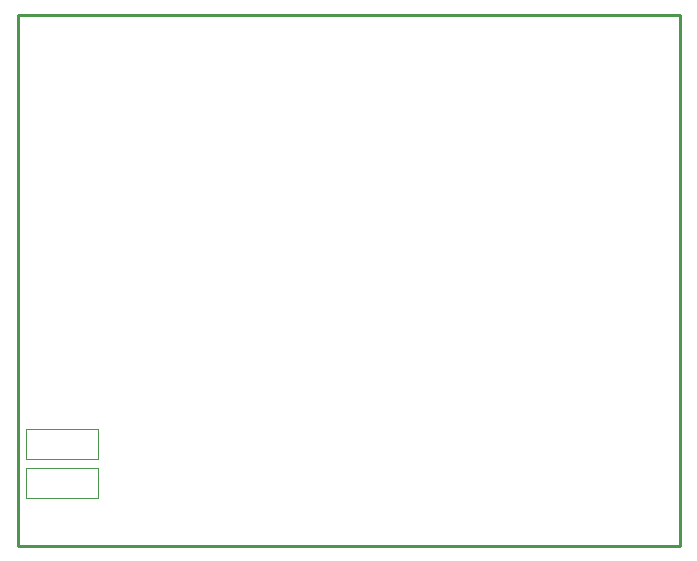
<source format=gm1>
G04*
G04 #@! TF.GenerationSoftware,Altium Limited,Altium Designer,20.0.2 (26)*
G04*
G04 Layer_Color=16711935*
%FSLAX24Y24*%
%MOIN*%
G70*
G01*
G75*
%ADD12C,0.0100*%
%ADD16C,0.0010*%
D12*
X22047Y0D02*
Y17717D01*
X-0D02*
X22047D01*
X-0D02*
X0Y0D01*
X22047D01*
Y17717D01*
X-0D02*
X22047D01*
X-0D02*
X0Y0D01*
X22047D01*
D16*
X2674Y1588D02*
Y2612D01*
X272D02*
X2674D01*
X272Y1588D02*
Y2612D01*
Y1588D02*
X2674D01*
X2674Y2888D02*
Y3912D01*
X272D02*
X2674D01*
X272Y2888D02*
Y3912D01*
Y2888D02*
X2674D01*
X2674Y1588D02*
Y2612D01*
X272D02*
X2674D01*
X272Y1588D02*
Y2612D01*
Y1588D02*
X2674D01*
X2674Y2888D02*
Y3912D01*
X272D02*
X2674D01*
X272Y2888D02*
Y3912D01*
Y2888D02*
X2674D01*
M02*

</source>
